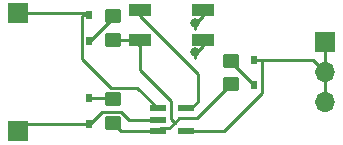
<source format=gbr>
%TF.GenerationSoftware,KiCad,Pcbnew,7.0.9*%
%TF.CreationDate,2024-02-15T17:16:55-06:00*%
%TF.ProjectId,ANDGATE,414e4447-4154-4452-9e6b-696361645f70,rev?*%
%TF.SameCoordinates,Original*%
%TF.FileFunction,Copper,L1,Top*%
%TF.FilePolarity,Positive*%
%FSLAX46Y46*%
G04 Gerber Fmt 4.6, Leading zero omitted, Abs format (unit mm)*
G04 Created by KiCad (PCBNEW 7.0.9) date 2024-02-15 17:16:55*
%MOMM*%
%LPD*%
G01*
G04 APERTURE LIST*
G04 Aperture macros list*
%AMRoundRect*
0 Rectangle with rounded corners*
0 $1 Rounding radius*
0 $2 $3 $4 $5 $6 $7 $8 $9 X,Y pos of 4 corners*
0 Add a 4 corners polygon primitive as box body*
4,1,4,$2,$3,$4,$5,$6,$7,$8,$9,$2,$3,0*
0 Add four circle primitives for the rounded corners*
1,1,$1+$1,$2,$3*
1,1,$1+$1,$4,$5*
1,1,$1+$1,$6,$7*
1,1,$1+$1,$8,$9*
0 Add four rect primitives between the rounded corners*
20,1,$1+$1,$2,$3,$4,$5,0*
20,1,$1+$1,$4,$5,$6,$7,0*
20,1,$1+$1,$6,$7,$8,$9,0*
20,1,$1+$1,$8,$9,$2,$3,0*%
G04 Aperture macros list end*
%TA.AperFunction,SMDPad,CuDef*%
%ADD10RoundRect,0.250000X-0.450000X0.350000X-0.450000X-0.350000X0.450000X-0.350000X0.450000X0.350000X0*%
%TD*%
%TA.AperFunction,SMDPad,CuDef*%
%ADD11R,0.609600X0.660400*%
%TD*%
%TA.AperFunction,SMDPad,CuDef*%
%ADD12R,1.473200X0.558800*%
%TD*%
%TA.AperFunction,ComponentPad*%
%ADD13R,1.700000X1.700000*%
%TD*%
%TA.AperFunction,ComponentPad*%
%ADD14O,1.700000X1.700000*%
%TD*%
%TA.AperFunction,SMDPad,CuDef*%
%ADD15R,1.875000X1.050000*%
%TD*%
%TA.AperFunction,ViaPad*%
%ADD16C,0.800000*%
%TD*%
%TA.AperFunction,Conductor*%
%ADD17C,0.250000*%
%TD*%
G04 APERTURE END LIST*
D10*
%TO.P,R3,1*%
%TO.N,Net-(LED3-Pad1)*%
X160000000Y-86500000D03*
%TO.P,R3,2*%
%TO.N,GND*%
X160000000Y-88500000D03*
%TD*%
D11*
%TO.P,LED1,1*%
%TO.N,Net-(LED1-Pad1)*%
X148000000Y-84829500D03*
%TO.P,LED1,2*%
%TO.N,Net-(J1-Pin_1)*%
X148000000Y-82670500D03*
%TD*%
D10*
%TO.P,R1,1*%
%TO.N,Net-(LED1-Pad1)*%
X150000000Y-82750000D03*
%TO.P,R1,2*%
%TO.N,GND*%
X150000000Y-84750000D03*
%TD*%
%TO.P,R2,1*%
%TO.N,Net-(LED2-Pad1)*%
X150000000Y-89750000D03*
%TO.P,R2,2*%
%TO.N,GND*%
X150000000Y-91750000D03*
%TD*%
D11*
%TO.P,LED2,1*%
%TO.N,Net-(LED2-Pad1)*%
X148000000Y-89670500D03*
%TO.P,LED2,2*%
%TO.N,Net-(J2-Pin_1)*%
X148000000Y-91829500D03*
%TD*%
D12*
%TO.P,U1,1,A*%
%TO.N,Net-(J1-Pin_1)*%
X153806200Y-90549999D03*
%TO.P,U1,2,B*%
%TO.N,Net-(J2-Pin_1)*%
X153806200Y-91500000D03*
%TO.P,U1,3,GND*%
%TO.N,GND*%
X153806200Y-92450001D03*
%TO.P,U1,4,Y*%
%TO.N,Net-(J3-Pin_1)*%
X156193800Y-92450001D03*
%TO.P,U1,5,VCC*%
%TO.N,VCC*%
X156193800Y-90549999D03*
%TD*%
D13*
%TO.P,J1,1,Pin_1*%
%TO.N,Net-(J1-Pin_1)*%
X142000000Y-82500000D03*
%TD*%
D11*
%TO.P,LED3,1*%
%TO.N,Net-(LED3-Pad1)*%
X162000000Y-88579500D03*
%TO.P,LED3,2*%
%TO.N,Net-(J3-Pin_1)*%
X162000000Y-86420500D03*
%TD*%
D13*
%TO.P,J2,1,Pin_1*%
%TO.N,Net-(J2-Pin_1)*%
X142000000Y-92500000D03*
%TD*%
%TO.P,J3,1,Pin_1*%
%TO.N,Net-(J3-Pin_1)*%
X168000000Y-84960000D03*
D14*
%TO.P,J3,2,Pin_2*%
X168000000Y-87500000D03*
%TO.P,J3,3,Pin_3*%
X168000000Y-90040000D03*
%TD*%
D15*
%TO.P,D1,1*%
%TO.N,VCC*%
X152337500Y-82250000D03*
%TO.P,D1,2*%
%TO.N,Net-(J5-PWR)*%
X157662500Y-82250000D03*
%TO.P,D1,3*%
%TO.N,GND*%
X152337500Y-84750000D03*
%TO.P,D1,4*%
%TO.N,Net-(J4-PWR)*%
X157662500Y-84750000D03*
%TD*%
D16*
%TO.N,Net-(J5-PWR)*%
X157000000Y-83320000D03*
%TO.N,Net-(J4-PWR)*%
X157000000Y-85800000D03*
%TD*%
D17*
%TO.N,GND*%
X155653749Y-91324052D02*
X157175948Y-91324052D01*
X150700001Y-92450001D02*
X153806200Y-92450001D01*
X155238901Y-91738901D02*
X155653749Y-91324052D01*
X154071200Y-92185001D02*
X153806200Y-92450001D01*
X154940000Y-91440000D02*
X155238901Y-91738901D01*
X150000000Y-84750000D02*
X151837500Y-84750000D01*
X150000000Y-91750000D02*
X150000000Y-91620722D01*
X154940000Y-89891499D02*
X154940000Y-91440000D01*
X152337500Y-85250000D02*
X152337500Y-87288999D01*
X152337500Y-87288999D02*
X154940000Y-89891499D01*
X150000000Y-91750000D02*
X150700001Y-92450001D01*
X151837500Y-84750000D02*
X152337500Y-85250000D01*
X160000000Y-88500000D02*
X160000000Y-88370722D01*
X157175948Y-91324052D02*
X160000000Y-88500000D01*
X154792800Y-92185001D02*
X155238901Y-91738901D01*
X154792800Y-92185001D02*
X154071200Y-92185001D01*
%TO.N,VCC*%
X157180400Y-87592900D02*
X157180400Y-90020599D01*
X156651000Y-90549999D02*
X156193800Y-90549999D01*
X157180400Y-90020599D02*
X156651000Y-90549999D01*
X152337500Y-82750000D02*
X157180400Y-87592900D01*
%TO.N,Net-(LED1-Pad1)*%
X148049778Y-84829500D02*
X150000000Y-82879278D01*
X150000000Y-82879278D02*
X150000000Y-82750000D01*
X148000000Y-84829500D02*
X148049778Y-84829500D01*
%TO.N,Net-(LED2-Pad1)*%
X149920500Y-89670500D02*
X150000000Y-89750000D01*
X148000000Y-89670500D02*
X149920500Y-89670500D01*
%TO.N,Net-(LED3-Pad1)*%
X161950222Y-88579500D02*
X162000000Y-88579500D01*
X160000000Y-86500000D02*
X160000000Y-86629278D01*
X160000000Y-86629278D02*
X161950222Y-88579500D01*
%TO.N,Net-(J1-Pin_1)*%
X148000000Y-82670500D02*
X147445200Y-82670500D01*
X147370200Y-82745500D02*
X147370200Y-86335200D01*
X147445200Y-82670500D02*
X147370200Y-82745500D01*
X147370200Y-86335200D02*
X149860000Y-88825000D01*
X147829500Y-82500000D02*
X148000000Y-82670500D01*
X142000000Y-82500000D02*
X147829500Y-82500000D01*
X153942595Y-90500001D02*
X153806200Y-90500001D01*
X149860000Y-88825000D02*
X152081201Y-88825000D01*
X152081201Y-88825000D02*
X153806200Y-90549999D01*
%TO.N,Net-(J2-Pin_1)*%
X149054000Y-90825000D02*
X148049500Y-91829500D01*
X148049500Y-91829500D02*
X148000000Y-91829500D01*
X153806200Y-91500000D02*
X151370100Y-91500000D01*
X150695100Y-90825000D02*
X149054000Y-90825000D01*
X151370100Y-91500000D02*
X150695100Y-90825000D01*
X142670500Y-91829500D02*
X142000000Y-92500000D01*
X148000000Y-91829500D02*
X142670500Y-91829500D01*
%TO.N,Net-(J3-Pin_1)*%
X156193800Y-92450001D02*
X159414499Y-92450001D01*
X162000000Y-86420500D02*
X162554800Y-86420500D01*
X166920500Y-86420500D02*
X168000000Y-87500000D01*
X162000000Y-86420500D02*
X166920500Y-86420500D01*
X162079500Y-86500000D02*
X162000000Y-86420500D01*
X162629800Y-86495500D02*
X162554800Y-86420500D01*
X168000000Y-84960000D02*
X168000000Y-87500000D01*
X168000000Y-87500000D02*
X168000000Y-90040000D01*
X162629800Y-89234700D02*
X162629800Y-86495500D01*
X159414499Y-92450001D02*
X162629800Y-89234700D01*
X161950222Y-86420500D02*
X162000000Y-86420500D01*
%TO.N,Net-(J5-PWR)*%
X157000000Y-83820000D02*
X157000000Y-83412500D01*
X157000000Y-83412500D02*
X157662500Y-82750000D01*
%TO.N,Net-(J4-PWR)*%
X157000000Y-86300000D02*
X157000000Y-85912500D01*
X157000000Y-85912500D02*
X157662500Y-85250000D01*
%TD*%
M02*

</source>
